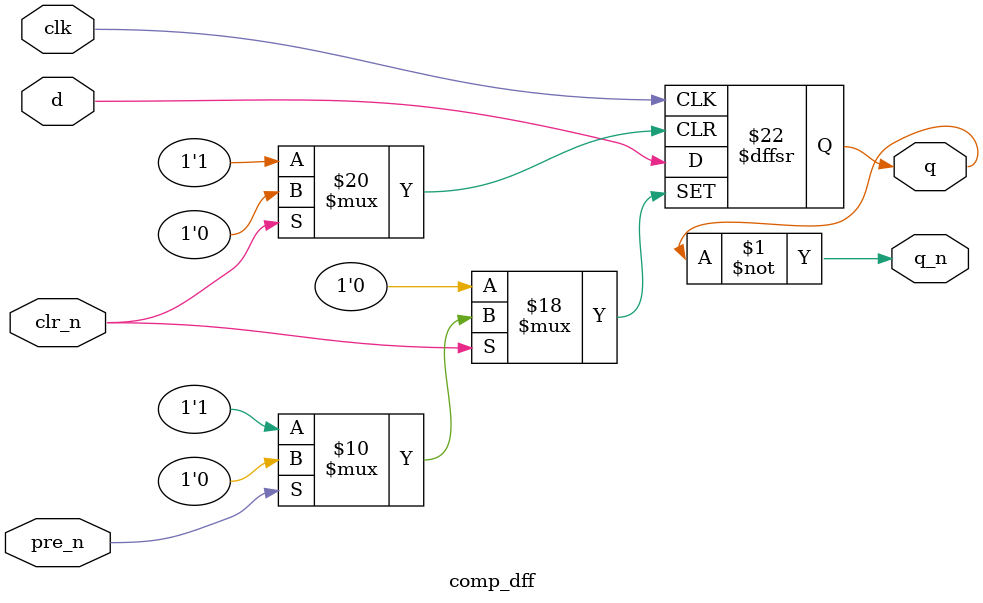
<source format=v>


`timescale 1ns / 1ns
module comp_dff (q, q_n, clk, clr_n, pre_n, d);
output q, q_n;
input clk, pre_n, clr_n, d;

reg q = 0;

assign q_n = ~q;

always @ (posedge clk or negedge clr_n or negedge pre_n) begin
  if (clr_n == 1'b0)
    q <= 1'b0;
  else if (pre_n == 1'b0)
    q <= 1'b1;
  else
    q <= d;
end

endmodule

</source>
